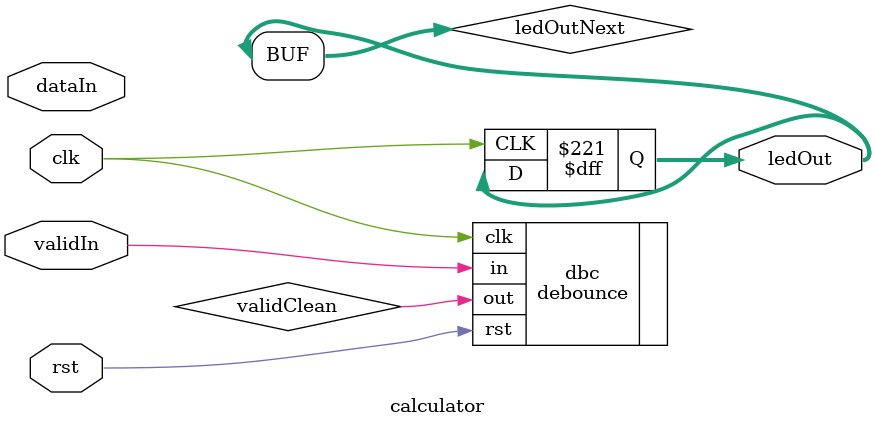
<source format=v>
`timescale 1ns / 1ps

module calculator(clk, rst, validIn, dataIn, ledOut);
input clk, rst, validIn;
input  [7:0] dataIn;
output reg [7:0] ledOut;

reg [1:0] state, stateNext;
reg [7:0] num1, num1Next, ledOutNext;
reg [2:0] operator, operatorNext;
wire valid;

reg validReg;
wire validClean;
assign valid = validClean &!validReg; 


always @(posedge clk) begin
	state      <= #1 stateNext;
	num1       <= #1 num1Next;
	operator   <= #1 operatorNext;
	ledOut     <= #1 ledOutNext;
	validReg   <= #1 validClean;
end

debounce dbc (.clk(clk), .rst(rst), .in(validIn), .out(validClean));

always @(*) begin
	stateNext    = state;
	num1Next     = num1;
	operatorNext = operator;
	ledOutNext   = ledOut;
	if(rst) begin
		stateNext    = 0;
		num1Next     = 0;
		operatorNext = 0;
		dataOutNext  = 0;
	end else begin
		case(state)
			0: begin
				if(valid)begin
					num1Next = dataIn;
					dataOutNext = num1;
					stateNext = 1;
				end else begin
					dataOutNext = dataOut;
					stateNext = 0;
				end
			end
			1: begin
				operatorNext=dataIn;
				if(!valid)begin
					dataOutNext = num1;
					stateNext = 1;
				end else begin
					if(operator > 2 && operator < 6) begin
						case(operator)
						3: begin dataOutNext= num1*num1; end
						4: begin dataOutNext=num1+1;   end
						5: begin dataOutNext=num1-1; end
						endcase
					stateNext=0;
					end else if(operator <3)begin
						dataOutNext=operator;
						stateNext=2;
						end
				end
			end
			2: begin
			   if(!valid)begin
				   dataOutNext=operator;
					stateNext=2;
					
            end else begin
					stateNext=0;
					case (operator)
					0: begin dataOutNext=num1*dataIn; end
					1: begin dataOutNext=num1+dataIn; end
					2: begin dataOutNext=num1-dataIn; end
					endcase
				end
			end
		endcase
	end
end


endmodule

</source>
